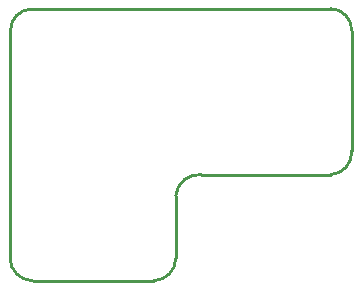
<source format=gko>
G04 Layer_Color=16711935*
%FSLAX44Y44*%
%MOMM*%
G71*
G01*
G75*
%ADD22C,0.2540*%
D22*
X1039190Y670330D02*
G03*
X1057940Y689330I-125J18875D01*
G01*
X1079690Y760080D02*
G03*
X1057940Y742330I-2000J-19750D01*
G01*
X1189190Y760080D02*
G03*
X1206940Y780080I-1125J18875D01*
G01*
Y881830D02*
G03*
X1189190Y900580I-18250J500D01*
G01*
X936190Y900330D02*
G03*
X917940Y882080I0J-18250D01*
G01*
X917690Y689330D02*
G03*
X936690Y670330I19000J0D01*
G01*
X917690Y689330D02*
X917940Y882080D01*
X936190Y900330D02*
X1189190Y900580D01*
X1206940Y780080D02*
Y881830D01*
X1079690Y760080D02*
X1189190D01*
X1057940Y689330D02*
Y742330D01*
X936690Y670330D02*
X1039190D01*
M02*

</source>
